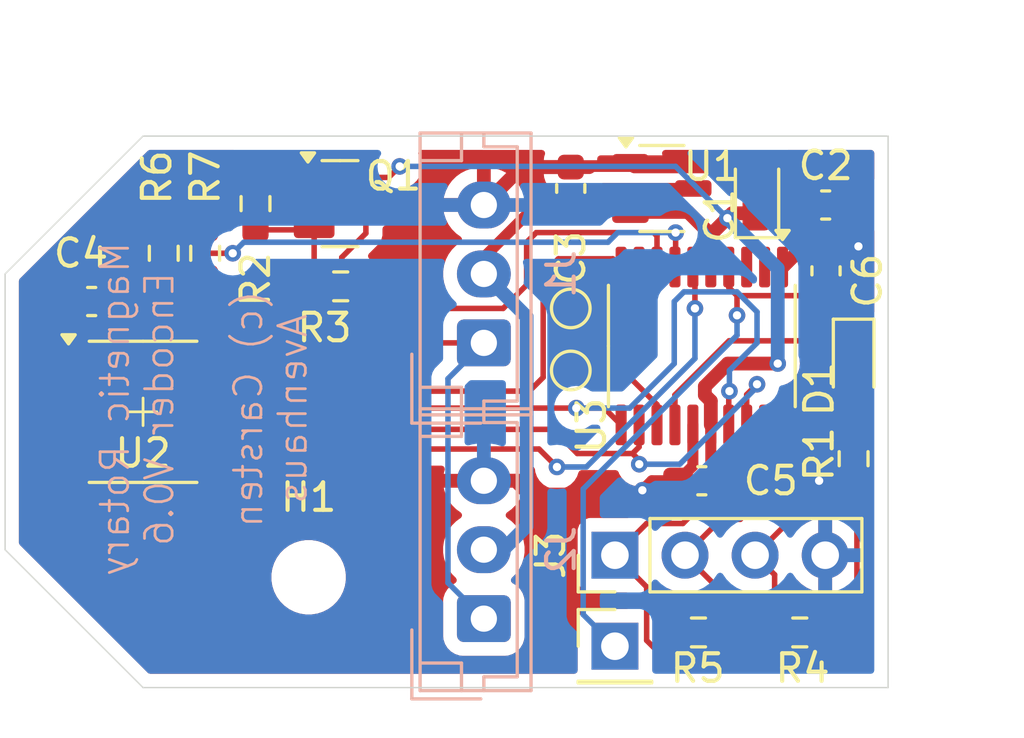
<source format=kicad_pcb>
(kicad_pcb (version 20240108) (generator "pcbnew") (generator_version "8.0")
  (layers (0 "F.Cu" signal) (31 "B.Cu" signal) (34 "B.Paste" user) (35 "F.Paste" user) (36 "B.SilkS" user "B.Silkscreen") (37 "F.SilkS" user "F.Silkscreen") (38 "B.Mask" user) (39 "F.Mask" user) (44 "Edge.Cuts" user))
  (net 0 "")
  (net 1 "GND")
  (net 2 "+3.3V")
  (net 3 "VCC")
  (net 4 "Net-(D1-A)")
  (net 5 "Net-(D1-K)")
  (net 6 "/Data")
  (net 7 "/SWCLK")
  (net 8 "/SWDIO")
  (net 9 "Net-(Q1-S)")
  (net 10 "/Com")
  (net 11 "/SS")
  (net 12 "/MOSI")
  (net 15 "Net-(U3-NRST)")
  (net 16 "/Out")
  (net 17 "/Push")
  (net 18 "/MISO{slash}SDA")
  (net 19 "/SCK{slash}SCL")
  (net 20 "Net-(U3-PA3{slash}RX0)")
  (footprint "Resistor_SMD:R_0603_1608Metric_Pad0.98x0.95mm_HandSolder" (layer "F.Cu") (at 128.8 118)
    (property "Reference" "R4" (at 0.1 1.3 0) (layer "F.SilkS"))
    (property "Value" "10K")
    (fp_line (start -0.254724 -0.5225) (end 0.254724 -0.5225) (stroke (width 0.12)) (layer "F.SilkS"))
    (fp_line (start -0.254724 0.5225) (end 0.254724 0.5225) (stroke (width 0.12)) (layer "F.SilkS"))
    (pad "1" smd roundrect (at -0.9125 0) (size 0.975 0.95) (layers "F.Cu" "F.Paste" "F.Mask") (net 7 "/SWCLK"))
    (pad "2" smd roundrect (at 0.9125 0) (size 0.975 0.95) (layers "F.Cu" "F.Paste" "F.Mask") (net 1 "GND"))
  )
  (footprint "Connector_PinHeader_2.54mm:PinHeader_1x01_P2.54mm_Vertical" (layer "F.Cu") (at 122.1 118.5)
    (property "Reference" "TP1" (hide yes))
    (property "Value" "RST")
    (fp_line (start -1.33 -1.33) (end 0 -1.33) (stroke (width 0.12)) (layer "F.SilkS"))
    (fp_line (start -1.33 0) (end -1.33 -1.33) (stroke (width 0.12)) (layer "F.SilkS"))
    (fp_line (start -1.33 1.27) (end -1.33 1.33) (stroke (width 0.12)) (layer "F.SilkS"))
    (fp_line (start -1.33 1.27) (end 1.33 1.27) (stroke (width 0.12)) (layer "F.SilkS"))
    (fp_line (start -1.33 1.33) (end 1.33 1.33) (stroke (width 0.12)) (layer "F.SilkS"))
    (fp_line (start 1.33 1.27) (end 1.33 1.33) (stroke (width 0.12)) (layer "F.SilkS"))
    (pad "1" thru_hole rect (at 0 0) (size 1.7 1.7) (drill 1) (layers "*.Cu" "*.Mask") (net 15 "Net-(U3-NRST)"))
  )
  (footprint "Resistor_SMD:R_0603_1608Metric_Pad0.98x0.95mm_HandSolder" (layer "F.Cu") (at 125.1275 118 180)
    (property "Reference" "R5" (at 0.0275 -1.3 0) (layer "F.SilkS"))
    (property "Value" "10K")
    (fp_line (start -0.254724 0.5225) (end 0.254724 0.5225) (stroke (width 0.12)) (layer "F.SilkS"))
    (fp_line (start -0.254724 -0.5225) (end 0.254724 -0.5225) (stroke (width 0.12)) (layer "F.SilkS"))
    (pad "1" smd roundrect (at -0.9125 0 180) (size 0.975 0.95) (layers "F.Cu" "F.Paste" "F.Mask") (net 8 "/SWDIO"))
    (pad "2" smd roundrect (at 0.9125 0 180) (size 0.975 0.95) (layers "F.Cu" "F.Paste" "F.Mask") (net 1 "GND"))
  )
  (footprint "Capacitor_Tantalum_SMD:CP_EIA-1608-10_AVX-L_Pad1.25x1.05mm_HandSolder" (layer "F.Cu") (at 127.25 102 90)
    (property "Reference" "C1" (at -0.9 -1.35 90) (layer "F.SilkS"))
    (property "Value" "47uF")
    (fp_line (start 0.8 -0.785) (end -1.685 -0.785) (stroke (width 0.12)) (layer "F.SilkS"))
    (fp_line (start -1.685 -0.785) (end -1.685 0.785) (stroke (width 0.12)) (layer "F.SilkS"))
    (fp_line (start -1.685 0.785) (end 0.8 0.785) (stroke (width 0.12)) (layer "F.SilkS"))
    (pad "1" smd roundrect (at -0.8 0 90) (size 1.25 1.05) (layers "F.Cu" "F.Paste" "F.Mask") (roundrect_rratio 0.238095) (net 2 "+3.3V"))
    (pad "2" smd roundrect (at 0.8 0 90) (size 1.25 1.05) (layers "F.Cu" "F.Paste" "F.Mask") (roundrect_rratio 0.238095) (net 1 "GND"))
  )
  (footprint "Capacitor_SMD:C_0603_1608Metric_Pad1.08x0.95mm_HandSolder" (layer "F.Cu") (at 129.7375 102.5)
    (property "Reference" "C2" (at 0 -1.43 0) (layer "F.SilkS"))
    (property "Value" "100nF")
    (fp_line (start -0.146267 -0.51) (end 0.146267 -0.51) (stroke (width 0.12)) (layer "F.SilkS"))
    (fp_line (start -0.146267 0.51) (end 0.146267 0.51) (stroke (width 0.12)) (layer "F.SilkS"))
    (pad "1" smd roundrect (at -0.8625 0) (size 1.075 0.95) (layers "F.Cu" "F.Paste" "F.Mask") (net 2 "+3.3V"))
    (pad "2" smd roundrect (at 0.8625 0) (size 1.075 0.95) (layers "F.Cu" "F.Paste" "F.Mask") (net 1 "GND"))
  )
  (footprint "Resistor_SMD:R_0603_1608Metric_Pad0.98x0.95mm_HandSolder" (layer "F.Cu") (at 130.75 111.7 90)
    (property "Reference" "R1" (at 0.1625 -1.25 90) (layer "F.SilkS"))
    (property "Value" "1K")
    (fp_line (start -0.254724 -0.5225) (end 0.254724 -0.5225) (stroke (width 0.12)) (layer "F.SilkS"))
    (fp_line (start -0.254724 0.5225) (end 0.254724 0.5225) (stroke (width 0.12)) (layer "F.SilkS"))
    (pad "1" smd roundrect (at -0.9125 0 90) (size 0.975 0.95) (layers "F.Cu" "F.Paste" "F.Mask") (net 2 "+3.3V"))
    (pad "2" smd roundrect (at 0.9125 0 90) (size 0.975 0.95) (layers "F.Cu" "F.Paste" "F.Mask") (net 4 "Net-(D1-A)"))
  )
  (footprint "Capacitor_SMD:C_0603_1608Metric_Pad1.08x0.95mm_HandSolder" (layer "F.Cu") (at 125.25 112.5 180)
    (property "Reference" "C5" (at -2.5 0 0) (layer "F.SilkS"))
    (property "Value" "100nF")
    (fp_line (start -0.146267 0.51) (end 0.146267 0.51) (stroke (width 0.12)) (layer "F.SilkS"))
    (fp_line (start -0.146267 -0.51) (end 0.146267 -0.51) (stroke (width 0.12)) (layer "F.SilkS"))
    (pad "1" smd roundrect (at -0.8625 0 180) (size 1.075 0.95) (layers "F.Cu" "F.Paste" "F.Mask") (net 2 "+3.3V"))
    (pad "2" smd roundrect (at 0.8625 0 180) (size 1.075 0.95) (layers "F.Cu" "F.Paste" "F.Mask") (net 1 "GND"))
  )
  (footprint "TestPoint:TestPoint_Pad_D1.0mm" (layer "F.Cu") (at 120.5 106.25)
    (property "Reference" "TP2" (hide yes))
    (property "Value" "RXD" (hide yes))
    (fp_circle (center 0 0) (end 0 0.7) (stroke (width 0.12)) (fill none) (layer "F.SilkS"))
    (pad "1" smd circle (at 0 0) (size 1 1) (layers "F.Cu" "F.Mask") (net 20 "Net-(U3-PA3{slash}RX0)"))
  )
  (footprint "Resistor_SMD:R_0603_1608Metric_Pad0.98x0.95mm_HandSolder" (layer "F.Cu") (at 109.075 102.45 -90)
    (property "Reference" "R2" (at 2.75 0 90) (layer "F.SilkS"))
    (property "Value" "1K")
    (fp_line (start -0.254724 0.5225) (end 0.254724 0.5225) (stroke (width 0.12)) (layer "F.SilkS"))
    (fp_line (start -0.254724 -0.5225) (end 0.254724 -0.5225) (stroke (width 0.12)) (layer "F.SilkS"))
    (pad "1" smd roundrect (at -0.9125 0 270) (size 0.975 0.95) (layers "F.Cu" "F.Paste" "F.Mask") (net 2 "+3.3V"))
    (pad "2" smd roundrect (at 0.9125 0 270) (size 0.975 0.95) (layers "F.Cu" "F.Paste" "F.Mask") (net 9 "Net-(Q1-S)"))
  )
  (footprint "Capacitor_SMD:C_0603_1608Metric" (layer "F.Cu") (at 120.5 101.9 90)
    (property "Reference" "C3" (at -2.525 0 90) (layer "F.SilkS"))
    (property "Value" "100nF")
    (fp_line (start -0.14058 -0.51) (end 0.14058 -0.51) (stroke (width 0.12)) (layer "F.SilkS"))
    (fp_line (start -0.14058 0.51) (end 0.14058 0.51) (stroke (width 0.12)) (layer "F.SilkS"))
    (pad "1" smd roundrect (at -0.775 0 90) (size 0.9 0.95) (layers "F.Cu" "F.Paste" "F.Mask") (net 3 "VCC"))
    (pad "2" smd roundrect (at 0.775 0 90) (size 0.9 0.95) (layers "F.Cu" "F.Paste" "F.Mask") (net 1 "GND"))
  )
  (footprint "Capacitor_SMD:C_0603_1608Metric_Pad1.08x0.95mm_HandSolder" (layer "F.Cu") (at 129.75 104.8875 90)
    (property "Reference" "C6" (at -0.3625 1.5 90) (layer "F.SilkS"))
    (property "Value" "100nF")
    (fp_line (start -0.146267 -0.51) (end 0.146267 -0.51) (stroke (width 0.12)) (layer "F.SilkS"))
    (fp_line (start -0.146267 0.51) (end 0.146267 0.51) (stroke (width 0.12)) (layer "F.SilkS"))
    (pad "1" smd roundrect (at -0.8625 0 90) (size 1.075 0.95) (layers "F.Cu" "F.Paste" "F.Mask") (net 15 "Net-(U3-NRST)"))
    (pad "2" smd roundrect (at 0.8625 0 90) (size 1.075 0.95) (layers "F.Cu" "F.Paste" "F.Mask") (net 1 "GND"))
  )
  (footprint "Package_SO:TSSOP-20_4.4x6.5mm_P0.65mm" (layer "F.Cu") (at 125.25 107.6125 -90)
    (property "Reference" "U3" (at 2.8875 4 90) (layer "F.SilkS"))
    (property "Value" "GD32F130F4P6TR" (hide yes))
    (fp_line (start 0 3.385) (end -2.2 3.385) (stroke (width 0.12)) (layer "F.SilkS"))
    (fp_line (start 0 3.385) (end 2.2 3.385) (stroke (width 0.12)) (layer "F.SilkS"))
    (fp_line (start 0 -3.385) (end -2.2 -3.385) (stroke (width 0.12)) (layer "F.SilkS"))
    (fp_line (start 0 -3.385) (end 2.2 -3.385) (stroke (width 0.12)) (layer "F.SilkS"))
    (fp_poly (pts (xy -3.86 -2.925) (xy -4.19 -3.165) (xy -4.19 -2.685) (xy -3.86 -2.925)) (stroke (width 0.12)) (fill solid) (layer "F.SilkS"))
    (pad "1" smd roundrect (at -2.8625 -2.925 270) (size 1.475 0.4) (layers "F.Cu" "F.Paste" "F.Mask") (net 1 "GND"))
    (pad "2" smd roundrect (at -2.8625 -2.275 270) (size 1.475 0.4) (layers "F.Cu" "F.Paste" "F.Mask"))
    (pad "3" smd roundrect (at -2.8625 -1.625 270) (size 1.475 0.4) (layers "F.Cu" "F.Paste" "F.Mask"))
    (pad "4" smd roundrect (at -2.8625 -0.975 270) (size 1.475 0.4) (layers "F.Cu" "F.Paste" "F.Mask") (net 15 "Net-(U3-NRST)"))
    (pad "5" smd roundrect (at -2.8625 -0.325 270) (size 1.475 0.4) (layers "F.Cu" "F.Paste" "F.Mask") (net 2 "+3.3V"))
    (pad "6" smd roundrect (at -2.8625 0.325 270) (size 1.475 0.4) (layers "F.Cu" "F.Paste" "F.Mask") (net 16 "/Out"))
    (pad "7" smd roundrect (at -2.8625 0.975 270) (size 1.475 0.4) (layers "F.Cu" "F.Paste" "F.Mask") (net 17 "/Push"))
    (pad "8" smd roundrect (at -2.8625 1.625 270) (size 1.475 0.4) (layers "F.Cu" "F.Paste" "F.Mask") (net 10 "/Com"))
    (pad "9" smd roundrect (at -2.8625 2.275 270) (size 1.475 0.4) (layers "F.Cu" "F.Paste" "F.Mask") (net 20 "Net-(U3-PA3{slash}RX0)"))
    (pad "10" smd roundrect (at -2.8625 2.925 270) (size 1.475 0.4) (layers "F.Cu" "F.Paste" "F.Mask") (net 11 "/SS"))
    (pad "11" smd roundrect (at 2.8625 2.925 270) (size 1.475 0.4) (layers "F.Cu" "F.Paste" "F.Mask") (net 19 "/SCK{slash}SCL"))
    (pad "12" smd roundrect (at 2.8625 2.275 270) (size 1.475 0.4) (layers "F.Cu" "F.Paste" "F.Mask") (net 18 "/MISO{slash}SDA"))
    (pad "13" smd roundrect (at 2.8625 1.625 270) (size 1.475 0.4) (layers "F.Cu" "F.Paste" "F.Mask") (net 12 "/MOSI"))
    (pad "14" smd roundrect (at 2.8625 0.975 270) (size 1.475 0.4) (layers "F.Cu" "F.Paste" "F.Mask") (net 5 "Net-(D1-K)"))
    (pad "15" smd roundrect (at 2.8625 0.325 270) (size 1.475 0.4) (layers "F.Cu" "F.Paste" "F.Mask") (net 1 "GND"))
    (pad "16" smd roundrect (at 2.8625 -0.325 270) (size 1.475 0.4) (layers "F.Cu" "F.Paste" "F.Mask") (net 2 "+3.3V"))
    (pad "17" smd roundrect (at 2.8625 -0.975 270) (size 1.475 0.4) (layers "F.Cu" "F.Paste" "F.Mask") (net 19 "/SCK{slash}SCL"))
    (pad "18" smd roundrect (at 2.8625 -1.625 270) (size 1.475 0.4) (layers "F.Cu" "F.Paste" "F.Mask") (net 18 "/MISO{slash}SDA"))
    (pad "19" smd roundrect (at 2.8625 -2.275 270) (size 1.475 0.4) (layers "F.Cu" "F.Paste" "F.Mask") (net 8 "/SWDIO"))
    (pad "20" smd roundrect (at 2.8625 -2.925 270) (size 1.475 0.4) (layers "F.Cu" "F.Paste" "F.Mask") (net 7 "/SWCLK"))
  )
  (footprint "Package_SO:SO-8_3.9x4.9mm_P1.27mm" (layer "F.Cu") (at 105 110)
    (property "Reference" "U2" (at 0 1.5 0) (layer "F.SilkS"))
    (property "Value" "MT6701CT" (hide yes))
    (fp_line (start -0.5 0) (end 0.5 0) (stroke (width 0.1)) (layer "F.SilkS"))
    (fp_line (start 0 -2.56) (end -1.95 -2.56) (stroke (width 0.12)) (layer "F.SilkS"))
    (fp_line (start 0 -2.56) (end 1.95 -2.56) (stroke (width 0.12)) (layer "F.SilkS"))
    (fp_line (start 0 -0.5) (end 0 0.5) (stroke (width 0.1)) (layer "F.SilkS"))
    (fp_line (start 0 2.56) (end -1.95 2.56) (stroke (width 0.12)) (layer "F.SilkS"))
    (fp_line (start 0 2.56) (end 1.95 2.56) (stroke (width 0.12)) (layer "F.SilkS"))
    (fp_poly (pts (xy -2.7 -2.465) (xy -2.94 -2.795) (xy -2.46 -2.795) (xy -2.7 -2.465)) (stroke (width 0.12)) (fill solid) (layer "F.SilkS"))
    (pad "1" smd roundrect (at -2.575 -1.905) (size 1.75 0.6) (layers "F.Cu" "F.Paste" "F.Mask") (net 2 "+3.3V"))
    (pad "2" smd roundrect (at -2.575 -0.635) (size 1.75 0.6) (layers "F.Cu" "F.Paste" "F.Mask") (net 2 "+3.3V"))
    (pad "3" smd roundrect (at -2.575 0.635) (size 1.75 0.6) (layers "F.Cu" "F.Paste" "F.Mask") (net 17 "/Push"))
    (pad "4" smd roundrect (at -2.575 1.905) (size 1.75 0.6) (layers "F.Cu" "F.Paste" "F.Mask") (net 1 "GND"))
    (pad "5" smd roundrect (at 2.575 1.905) (size 1.75 0.6) (layers "F.Cu" "F.Paste" "F.Mask") (net 16 "/Out"))
    (pad "6" smd roundrect (at 2.575 0.635) (size 1.75 0.6) (layers "F.Cu" "F.Paste" "F.Mask") (net 18 "/MISO{slash}SDA"))
    (pad "7" smd roundrect (at 2.575 -0.635) (size 1.75 0.6) (layers "F.Cu" "F.Paste" "F.Mask") (net 19 "/SCK{slash}SCL"))
    (pad "8" smd roundrect (at 2.575 -1.905) (size 1.75 0.6) (layers "F.Cu" "F.Paste" "F.Mask") (net 11 "/SS"))
  )
  (footprint "MountingHole:MountingHole_2.2mm_M2_DIN965" (layer "F.Cu") (at 111 116)
    (property "Reference" "H1" (at 0 -2.9 0) (layer "F.SilkS"))
    (property "Value" "MountingHole")
    (pad "" np_thru_hole circle (at 0 0) (size 2.2 2.2) (drill 2.2) (layers "*.Cu" "*.Mask"))
  )
  (footprint "Resistor_SMD:R_0603_1608Metric_Pad0.98x0.95mm_HandSolder" (layer "F.Cu") (at 112.1625 105.45)
    (property "Reference" "R3" (at -0.5875 1.5 0) (layer "F.SilkS"))
    (property "Value" "100")
    (fp_line (start -0.254724 -0.5225) (end 0.254724 -0.5225) (stroke (width 0.12)) (layer "F.SilkS"))
    (fp_line (start -0.254724 0.5225) (end 0.254724 0.5225) (stroke (width 0.12)) (layer "F.SilkS"))
    (pad "1" smd roundrect (at -0.9125 0) (size 0.975 0.95) (layers "F.Cu" "F.Paste" "F.Mask") (net 9 "Net-(Q1-S)"))
    (pad "2" smd roundrect (at 0.9125 0) (size 0.975 0.95) (layers "F.Cu" "F.Paste" "F.Mask") (net 10 "/Com"))
  )
  (footprint "TestPoint:TestPoint_Pad_D1.0mm" (layer "F.Cu") (at 120.5 108.5)
    (property "Reference" "TP3" (hide yes))
    (property "Value" "MOSI" (hide yes))
    (fp_circle (center 0 0) (end 0 0.7) (stroke (width 0.12)) (fill none) (layer "F.SilkS"))
    (pad "1" smd circle (at 0 0) (size 1 1) (layers "F.Cu" "F.Mask") (net 12 "/MOSI"))
  )
  (footprint "Connector_PinHeader_2.54mm:PinHeader_1x04_P2.54mm_Vertical" (layer "F.Cu") (at 122.1 115.2 90)
    (property "Reference" "J3" (at 0 -2.33 90) (layer "F.SilkS"))
    (property "Value" "Conn_01x04_Pin" (hide yes))
    (fp_line (start -1.33 -1.33) (end 0 -1.33) (stroke (width 0.12)) (layer "F.SilkS"))
    (fp_line (start -1.33 0) (end -1.33 -1.33) (stroke (width 0.12)) (layer "F.SilkS"))
    (fp_line (start 1.33 1.27) (end 1.33 8.95) (stroke (width 0.12)) (layer "F.SilkS"))
    (fp_line (start -1.33 1.27) (end 1.33 1.27) (stroke (width 0.12)) (layer "F.SilkS"))
    (fp_line (start -1.33 1.27) (end -1.33 8.95) (stroke (width 0.12)) (layer "F.SilkS"))
    (fp_line (start -1.33 8.95) (end 1.33 8.95) (stroke (width 0.12)) (layer "F.SilkS"))
    (pad "1" thru_hole rect (at 0 0 90) (size 1.7 1.7) (drill 1) (layers "*.Cu" "*.Mask") (net 2 "+3.3V"))
    (pad "2" thru_hole oval (at 0 2.54 90) (size 1.7 1.7) (drill 1) (layers "*.Cu" "*.Mask") (net 8 "/SWDIO"))
    (pad "3" thru_hole oval (at 0 5.08 90) (size 1.7 1.7) (drill 1) (layers "*.Cu" "*.Mask") (net 7 "/SWCLK"))
    (pad "4" thru_hole oval (at 0 7.62 90) (size 1.7 1.7) (drill 1) (layers "*.Cu" "*.Mask") (net 1 "GND"))
  )
  (footprint "Resistor_SMD:R_0603_1608Metric_Pad0.98x0.95mm_HandSolder" (layer "F.Cu") (at 107.25 104.25 -90)
    (property "Reference" "R7" (at -2.75 0 90) (layer "F.SilkS"))
    (property "Value" "10K")
    (fp_line (start -0.254724 0.5225) (end 0.254724 0.5225) (stroke (width 0.12)) (layer "F.SilkS"))
    (fp_line (start -0.254724 -0.5225) (end 0.254724 -0.5225) (stroke (width 0.12)) (layer "F.SilkS"))
    (pad "1" smd roundrect (at -0.9125 0 270) (size 0.975 0.95) (layers "F.Cu" "F.Paste" "F.Mask") (net 2 "+3.3V"))
    (pad "2" smd roundrect (at 0.9125 0 270) (size 0.975 0.95) (layers "F.Cu" "F.Paste" "F.Mask") (net 19 "/SCK{slash}SCL"))
  )
  (footprint "LED_SMD:LED_0603_1608Metric_Pad1.05x0.95mm_HandSolder" (layer "F.Cu") (at 130.75 108.3 -90)
    (property "Reference" "D1" (at 0.875 1.25 90) (layer "F.SilkS"))
    (property "Value" "LED")
    (fp_line (start -1.66 0.735) (end 0.8 0.735) (stroke (width 0.12)) (layer "F.SilkS"))
    (fp_line (start -1.66 -0.735) (end -1.66 0.735) (stroke (width 0.12)) (layer "F.SilkS"))
    (fp_line (start 0.8 -0.735) (end -1.66 -0.735) (stroke (width 0.12)) (layer "F.SilkS"))
    (pad "1" smd roundrect (at -0.875 0 270) (size 1.05 0.95) (layers "F.Cu" "F.Paste" "F.Mask") (net 5 "Net-(D1-K)"))
    (pad "2" smd roundrect (at 0.875 0 270) (size 1.05 0.95) (layers "F.Cu" "F.Paste" "F.Mask") (net 4 "Net-(D1-A)"))
  )
  (footprint "Package_TO_SOT_SMD:SOT-23-3" (layer "F.Cu") (at 123.8 101.9)
    (property "Reference" "U1" (at 1.8 -0.8 0) (layer "F.SilkS"))
    (property "Value" "XC6206PxxxMR" (hide yes))
    (fp_line (start 0 -1.56) (end -0.8 -1.56) (stroke (width 0.12)) (layer "F.SilkS"))
    (fp_line (start 0 -1.56) (end 0.8 -1.56) (stroke (width 0.12)) (layer "F.SilkS"))
    (fp_line (start 0 1.56) (end -0.8 1.56) (stroke (width 0.12)) (layer "F.SilkS"))
    (fp_line (start 0 1.56) (end 0.8 1.56) (stroke (width 0.12)) (layer "F.SilkS"))
    (fp_poly (pts (xy -1.3 -1.51) (xy -1.54 -1.84) (xy -1.06 -1.84) (xy -1.3 -1.51)) (stroke (width 0.12)) (fill solid) (layer "F.SilkS"))
    (pad "1" smd roundrect (at -1.1375 -0.95) (size 1.325 0.6) (layers "F.Cu" "F.Paste" "F.Mask") (net 1 "GND"))
    (pad "2" smd roundrect (at -1.1375 0.95) (size 1.325 0.6) (layers "F.Cu" "F.Paste" "F.Mask") (net 2 "+3.3V"))
    (pad "3" smd roundrect (at 1.1375 0) (size 1.325 0.6) (layers "F.Cu" "F.Paste" "F.Mask") (net 3 "VCC"))
  )
  (footprint "Package_TO_SOT_SMD:SOT-23" (layer "F.Cu") (at 112.1375 102.45)
    (property "Reference" "Q1" (at 1.9375 -1 0) (layer "F.SilkS"))
    (property "Value" "2N7002K" (hide yes))
    (fp_line (start 0 -1.56) (end -0.65 -1.56) (stroke (width 0.12)) (layer "F.SilkS"))
    (fp_line (start 0 -1.56) (end 0.65 -1.56) (stroke (width 0.12)) (layer "F.SilkS"))
    (fp_line (start 0 1.56) (end -0.65 1.56) (stroke (width 0.12)) (layer "F.SilkS"))
    (fp_line (start 0 1.56) (end 0.65 1.56) (stroke (width 0.12)) (layer "F.SilkS"))
    (fp_poly (pts (xy -1.1625 -1.51) (xy -1.4025 -1.84) (xy -0.9225 -1.84) (xy -1.1625 -1.51)) (stroke (width 0.12)) (fill solid) (layer "F.SilkS"))
    (pad "1" smd roundrect (at -0.9375 -0.95) (size 1.475 0.6) (layers "F.Cu" "F.Paste" "F.Mask") (net 2 "+3.3V"))
    (pad "2" smd roundrect (at -0.9375 0.95) (size 1.475 0.6) (layers "F.Cu" "F.Paste" "F.Mask") (net 9 "Net-(Q1-S)"))
    (pad "3" smd roundrect (at 0.9375 0) (size 1.475 0.6) (layers "F.Cu" "F.Paste" "F.Mask") (net 6 "/Data"))
  )
  (footprint "Resistor_SMD:R_0603_1608Metric_Pad0.98x0.95mm_HandSolder" (layer "F.Cu") (at 105.75 104.25 -90)
    (property "Reference" "R6" (at -2.75 0.25 90) (layer "F.SilkS"))
    (property "Value" "10K")
    (fp_line (start -0.254724 0.5225) (end 0.254724 0.5225) (stroke (width 0.12)) (layer "F.SilkS"))
    (fp_line (start -0.254724 -0.5225) (end 0.254724 -0.5225) (stroke (width 0.12)) (layer "F.SilkS"))
    (pad "1" smd roundrect (at -0.9125 0 270) (size 0.975 0.95) (layers "F.Cu" "F.Paste" "F.Mask") (net 2 "+3.3V"))
    (pad "2" smd roundrect (at 0.9125 0 270) (size 0.975 0.95) (layers "F.Cu" "F.Paste" "F.Mask") (net 18 "/MISO{slash}SDA"))
  )
  (footprint "Capacitor_SMD:C_0603_1608Metric_Pad1.08x0.95mm_HandSolder" (layer "F.Cu") (at 103.1375 106)
    (property "Reference" "C4" (at -0.3875 -1.75 0) (layer "F.SilkS"))
    (property "Value" "100nF")
    (fp_line (start -0.146267 -0.51) (end 0.146267 -0.51) (stroke (width 0.12)) (layer "F.SilkS"))
    (fp_line (start -0.146267 0.51) (end 0.146267 0.51) (stroke (width 0.12)) (layer "F.SilkS"))
    (pad "1" smd roundrect (at -0.8625 0) (size 1.075 0.95) (layers "F.Cu" "F.Paste" "F.Mask") (net 2 "+3.3V"))
    (pad "2" smd roundrect (at 0.8625 0) (size 1.075 0.95) (layers "F.Cu" "F.Paste" "F.Mask") (net 1 "GND"))
  )
  (footprint "My_Library:JST_1x03_P2.50mm_Vertical" (layer "B.Cu") (at 117.35 107.5 90)
    (property "Reference" "J1" (at 2.5 2.8 90) (layer "B.SilkS") (effects (justify mirror)))
    (property "Value" "Conn_01x03_Pin" (hide yes))
    (fp_line (start -0.41 -2.61) (end -2.91 -2.61) (stroke (width 0.12)) (layer "B.SilkS"))
    (fp_line (start -2.91 -2.61) (end -2.91 -0.11) (stroke (width 0.12)) (layer "B.SilkS"))
    (fp_line (start 7.61 -2.31) (end -2.61 -2.31) (stroke (width 0.12)) (layer "B.SilkS"))
    (fp_line (start 6.61 -2.31) (end 6.61 -0.81) (stroke (width 0.12)) (layer "B.SilkS"))
    (fp_line (start -1.61 -2.31) (end -1.61 -0.81) (stroke (width 0.12)) (layer "B.SilkS"))
    (fp_line (start -2.61 -2.31) (end -2.61 1.71) (stroke (width 0.12)) (layer "B.SilkS"))
    (fp_line (start 6.61 -0.81) (end 7.61 -0.81) (stroke (width 0.12)) (layer "B.SilkS"))
    (fp_line (start -1.61 -0.81) (end -2.61 -0.81) (stroke (width 0.12)) (layer "B.SilkS"))
    (fp_line (start 7.61 0) (end 7.11 0) (stroke (width 0.12)) (layer "B.SilkS"))
    (fp_line (start 7.11 0) (end 7.11 1.21) (stroke (width 0.12)) (layer "B.SilkS"))
    (fp_line (start -2.11 0) (end -2.61 0) (stroke (width 0.12)) (layer "B.SilkS"))
    (fp_line (start 7.11 1.21) (end -2.11 1.21) (stroke (width 0.12)) (layer "B.SilkS"))
    (fp_line (start -2.11 1.21) (end -2.11 0) (stroke (width 0.12)) (layer "B.SilkS"))
    (fp_line (start 7.61 1.71) (end 7.61 -2.31) (stroke (width 0.12)) (layer "B.SilkS"))
    (fp_line (start -2.61 1.71) (end 7.61 1.71) (stroke (width 0.12)) (layer "B.SilkS"))
    (pad "1" thru_hole roundrect (at 0 0 90) (size 1.7 1.95) (drill 0.95) (layers "*.Cu" "*.Mask") (roundrect_rratio 0.147059) (net 6 "/Data"))
    (pad "2" thru_hole oval (at 2.5 0 90) (size 1.7 1.95) (drill 0.95) (layers "*.Cu" "*.Mask") (net 3 "VCC"))
    (pad "3" thru_hole oval (at 5 0 90) (size 1.7 1.95) (drill 0.95) (layers "*.Cu" "*.Mask") (net 1 "GND"))
  )
  (footprint "My_Library:JST_1x03_P2.50mm_Vertical" (layer "B.Cu") (at 117.35 117.5 90)
    (property "Reference" "J2" (at 2.5 2.8 90) (layer "B.SilkS") (effects (justify mirror)))
    (property "Value" "Conn_01x03_Pin" (hide yes))
    (fp_line (start -0.41 -2.61) (end -2.91 -2.61) (stroke (width 0.12)) (layer "B.SilkS"))
    (fp_line (start -2.91 -2.61) (end -2.91 -0.11) (stroke (width 0.12)) (layer "B.SilkS"))
    (fp_line (start 7.61 -2.31) (end -2.61 -2.31) (stroke (width 0.12)) (layer "B.SilkS"))
    (fp_line (start 6.61 -2.31) (end 6.61 -0.81) (stroke (width 0.12)) (layer "B.SilkS"))
    (fp_line (start -1.61 -2.31) (end -1.61 -0.81) (stroke (width 0.12)) (layer "B.SilkS"))
    (fp_line (start -2.61 -2.31) (end -2.61 1.71) (stroke (width 0.12)) (layer "B.SilkS"))
    (fp_line (start 6.61 -0.81) (end 7.61 -0.81) (stroke (width 0.12)) (layer "B.SilkS"))
    (fp_line (start -1.61 -0.81) (end -2.61 -0.81) (stroke (width 0.12)) (layer "B.SilkS"))
    (fp_line (start 7.61 0) (end 7.11 0) (stroke (width 0.12)) (layer "B.SilkS"))
    (fp_line (start 7.11 0) (end 7.11 1.21) (stroke (width 0.12)) (layer "B.SilkS"))
    (fp_line (start -2.11 0) (end -2.61 0) (stroke (width 0.12)) (layer "B.SilkS"))
    (fp_line (start 7.11 1.21) (end -2.11 1.21) (stroke (width 0.12)) (layer "B.SilkS"))
    (fp_line (start -2.11 1.21) (end -2.11 0) (stroke (width 0.12)) (layer "B.SilkS"))
    (fp_line (start 7.61 1.71) (end 7.61 -2.31) (stroke (width 0.12)) (layer "B.SilkS"))
    (fp_line (start -2.61 1.71) (end 7.61 1.71) (stroke (width 0.12)) (layer "B.SilkS"))
    (pad "1" thru_hole roundrect (at 0 0 90) (size 1.7 1.95) (drill 0.95) (layers "*.Cu" "*.Mask") (roundrect_rratio 0.147059) (net 6 "/Data"))
    (pad "2" thru_hole oval (at 2.5 0 90) (size 1.7 1.95) (drill 0.95) (layers "*.Cu" "*.Mask") (net 3 "VCC"))
    (pad "3" thru_hole oval (at 5 0 90) (size 1.7 1.95) (drill 0.95) (layers "*.Cu" "*.Mask") (net 1 "GND"))
  )
  (gr_line (start 105 100) (end 132 100) (stroke (width 0.05)) (layer "Edge.Cuts"))
  (gr_line (start 100 105) (end 105 100) (stroke (width 0.05)) (layer "Edge.Cuts"))
  (gr_line (start 100 115) (end 105 120) (stroke (width 0.05)) (layer "Edge.Cuts"))
  (gr_line (start 132 100) (end 132 120) (stroke (width 0.05)) (layer "Edge.Cuts"))
  (gr_line (start 100 105) (end 100 115) (stroke (width 0.05)) (layer "Edge.Cuts"))
  (gr_line (start 132 120) (end 105 120) (stroke (width 0.05)) (layer "Edge.Cuts"))
  (gr_text_box "Magnetic Rotary\nEncoder V0.6\n\n(c) Carsten Avenhaus" (start 102.65 102.7996) (end 112.95 117.0004) (angle 90) (layer "B.SilkS") (effects (font (size 1 1) (thickness 0.1)) (justify top mirror)) (border no))
  (segment (start 129.72 117.9925) (end 129.72 115.2) (width 0.2) (layer "F.Cu") (net 1))
  (segment (start 105.25 107.25) (end 104 106) (width 0.2) (layer "F.Cu") (net 1))
  (segment (start 124.925 111.9625) (end 124.3875 112.5) (width 0.4) (layer "F.Cu") (net 1))
  (segment (start 127.15 101.1) (end 122.8125 101.1) (width 0.5) (layer "F.Cu") (net 1))
  (segment (start 122.8125 101.1) (end 120.525 101.1) (width 0.4) (layer "F.Cu") (net 1))
  (segment (start 118.5 112.5) (end 117.35 112.5) (width 0.5) (layer "F.Cu") (net 1))
  (segment (start 130.925 104) (end 130.925 102.825) (width 0.5) (layer "F.Cu") (net 1))
  (segment (start 129.72 115.2) (end 129.72 112.72) (width 0.2) (layer "F.Cu") (net 1))
  (segment (start 128.9 104.025) (end 128.175 104.75) (width 0.5) (layer "F.Cu") (net 1))
  (segment (start 122.8125 101.1) (end 122.6625 100.95) (width 0.4) (layer "F.Cu") (net 1))
  (segment (start 129.7125 118) (end 128.9375 118.775) (width 0.2) (layer "F.Cu") (net 1))
  (segment (start 129.3 101.2) (end 127.25 101.2) (width 0.5) (layer "F.Cu") (net 1))
  (segment (start 120.5 101.125) (end 118.725 101.125) (width 0.5) (layer "F.Cu") (net 1))
  (segment (start 124.925 110.475) (end 124.925 111.9625) (width 0.4) (layer "F.Cu") (net 1))
  (segment (start 130.925 104) (end 129.775 104) (width 0.5) (layer "F.Cu") (net 1))
  (segment (start 129.75 104.025) (end 128.9 104.025) (width 0.5) (layer "F.Cu") (net 1))
  (segment (start 124.99 118.775) (end 124.215 118) (width 0.2) (layer "F.Cu") (net 1))
  (segment (start 105.25 109.75) (end 105.25 107.25) (width 0.2) (layer "F.Cu") (net 1))
  (segment (start 130.925 102.825) (end 130.6 102.5) (width 0.4) (layer "F.Cu") (net 1))
  (segment (start 123.094285 112.844285) (end 122.93857 113) (width 0.5) (layer "F.Cu") (net 1))
  (segment (start 103.12 112.6) (end 116.65 112.6) (width 0.2) (layer "F.Cu") (net 1))
  (segment (start 103.095 111.905) (end 105.25 109.75) (width 0.2) (layer "F.Cu") (net 1))
  (segment (start 119 113) (end 118.5 112.5) (width 0.5) (layer "F.Cu") (net 1))
  (segment (start 102.425 111.905) (end 103.12 112.6) (width 0.2) (layer "F.Cu") (net 1))
  (segment (start 118.725 101.125) (end 117.35 102.5) (width 0.5) (layer "F.Cu") (net 1))
  (segment (start 122.93857 113) (end 119 113) (width 0.5) (layer "F.Cu") (net 1))
  (segment (start 128.9375 118.775) (end 124.99 118.775) (width 0.2) (layer "F.Cu") (net 1))
  (segment (start 129.72 112.72) (end 129.5 112.5) (width 0.2) (layer "F.Cu") (net 1))
  (segment (start 123.094285 112.844285) (end 123.43857 112.5) (width 0.4) (layer "F.Cu") (net 1))
  (segment (start 130.6 102.5) (end 129.3 101.2) (width 0.5) (layer "F.Cu") (net 1))
  (segment (start 123.43857 112.5) (end 124.3875 112.5) (width 0.4) (layer "F.Cu") (net 1))
  (via (at 129.5 112.5) (size 0.6) (drill 0.3) (layers "F.Cu" "B.Cu") (net 1))
  (via (at 130.925 104) (size 0.6) (drill 0.3) (layers "F.Cu" "B.Cu") (net 1))
  (via (at 123.094285 112.844285) (size 0.6) (drill 0.3) (layers "F.Cu" "B.Cu") (net 1))
  (segment (start 129.5 105.425) (end 130.925 104) (width 0.5) (layer "B.Cu") (net 1))
  (segment (start 123.094285 112.844285) (end 129.155715 112.844285) (width 0.5) (layer "B.Cu") (net 1))
  (segment (start 123.094285 112.844285) (end 123.25 112.68857) (width 0.2) (layer "B.Cu") (net 1))
  (segment (start 129.5 112.5) (end 129.5 105.425) (width 0.5) (layer "B.Cu") (net 1))
  (segment (start 129.155715 112.844285) (end 129.5 112.5) (width 0.5) (layer "B.Cu") (net 1))
  (segment (start 124.75 102.75) (end 122.7625 102.75) (width 0.5) (layer "F.Cu") (net 2))
  (segment (start 122.7625 102.75) (end 122.6625 102.85) (width 0.5) (layer "F.Cu") (net 2))
  (segment (start 129.791722 119.175) (end 124.135778 119.175) (width 0.2) (layer "F.Cu") (net 2))
  (segment (start 126.189339 108.25) (end 125.359044 109.080295) (width 0.5) (layer "F.Cu") (net 2))
  (segment (start 123.25 118.289222) (end 123.25 116.35) (width 0.2) (layer "F.Cu") (net 2))
  (segment (start 107.25 103.3375) (end 107.25 102.85) (width 0.2) (layer "F.Cu") (net 2))
  (segment (start 130.87 118.096722) (end 129.791722 119.175) (width 0.2) (layer "F.Cu") (net 2))
  (segment (start 125.575 103.575) (end 125.575 104.75) (width 0.4) (layer "F.Cu") (net 2))
  (segment (start 125.575 103.575) (end 126.175 102.975) (width 0.5) (layer "F.Cu") (net 2))
  (segment (start 107.25 102.85) (end 108.5625 101.5375) (width 0.2) (layer "F.Cu") (net 2))
  (segment (start 103.595 108.095) (end 103.75 108.25) (width 0.2) (layer "F.Cu") (net 2))
  (segment (start 102.275 106.85) (end 102.425 107) (width 0.2) (layer "F.Cu") (net 2))
  (segment (start 125.359044 109.080295) (end 125.359044 109.390956) (width 0.5) (layer "F.Cu") (net 2))
  (segment (start 102.425 107) (end 102.425 108.095) (width 0.2) (layer "F.Cu") (net 2))
  (segment (start 127.25 102.8) (end 126.35 102.8) (width 0.5) (layer "F.Cu") (net 2))
  (segment (start 130.87 112.7325) (end 130.87 118.096722) (width 0.2) (layer "F.Cu") (net 2))
  (segment (start 103.385 109.365) (end 102.425 109.365) (width 0.2) (layer "F.Cu") (net 2))
  (segment (start 102.275 106) (end 102.275 106.85) (width 0.2) (layer "F.Cu") (net 2))
  (segment (start 104.4625 103.3375) (end 105.75 103.3375) (width 0.2) (layer "F.Cu") (net 2))
  (segment (start 122.1 115.2) (end 123.25 114.05) (width 0.2) (layer "F.Cu") (net 2))
  (segment (start 102.275 106) (end 102.275 105.525) (width 0.2) (layer "F.Cu") (net 2))
  (segment (start 125.575 111.9625) (end 126.1125 112.5) (width 0.4) (layer "F.Cu") (net 2))
  (segment (start 105.75 103.3375) (end 107.25 103.3375) (width 0.2) (layer "F.Cu") (net 2))
  (segment (start 123.25 114.05) (end 124.5625 114.05) (width 0.2) (layer "F.Cu") (net 2))
  (segment (start 124.5625 114.05) (end 126.1125 112.5) (width 0.2) (layer "F.Cu") (net 2))
  (segment (start 103.75 108.25) (end 103.75 109) (width 0.2) (layer "F.Cu") (net 2))
  (segment (start 124.135778 119.175) (end 123.25 118.289222) (width 0.2) (layer "F.Cu") (net 2))
  (segment (start 126.35 102.8) (end 126.175 102.975) (width 0.5) (layer "F.Cu") (net 2))
  (segment (start 125.575 109.606912) (end 125.575 110.475) (width 0.5) (layer "F.Cu") (net 2))
  (segment (start 128.575 102.8) (end 128.875 102.5) (width 0.5) (layer "F.Cu") (net 2))
  (segment (start 103.75 109) (end 103.385 109.365) (width 0.2) (layer "F.Cu") (net 2))
  (segment (start 102.425 108.095) (end 103.595 108.095) (width 0.2) (layer "F.Cu") (net 2))
  (segment (start 123.25 116.35) (end 122.1 115.2) (width 0.2) (layer "F.Cu") (net 2))
  (segment (start 125.575 110.475) (end 125.575 111.9625) (width 0.4) (layer "F.Cu") (net 2))
  (segment (start 113.9 101.5) (end 111.2 101.5) (width 0.2) (layer "F.Cu") (net 2))
  (segment (start 102.275 105.525) (end 104.4625 103.3375) (width 0.2) (layer "F.Cu") (net 2))
  (segment (start 125.359044 109.390956) (end 125.575 109.606912) (width 0.5) (layer "F.Cu") (net 2))
  (segment (start 114.3 101.1) (end 113.9 101.5) (width 0.2) (layer "F.Cu") (net 2))
  (segment (start 108.5625 101.5375) (end 109.075 101.5375) (width 0.2) (layer "F.Cu") (net 2))
  (segment (start 127.25 102.8) (end 128.575 102.8) (width 0.5) (layer "F.Cu") (net 2))
  (segment (start 111.2 101.5) (end 109.1125 101.5) (width 0.2) (layer "F.Cu") (net 2))
  (segment (start 128 108.25) (end 126.189339 108.25) (width 0.5) (layer "F.Cu") (net 2))
  (segment (start 125.575 103.575) (end 124.75 102.75) (width 0.5) (layer "F.Cu") (net 2))
  (via (at 128 108.25) (size 0.6) (drill 0.3) (layers "F.Cu" "B.Cu") (net 2))
  (via (at 126.175 102.975) (size 0.6) (drill 0.3) (layers "F.Cu" "B.Cu") (net 2))
  (via (at 114.3 101.1) (size 0.6) (drill 0.3) (layers "F.Cu" "B.Cu") (net 2))
  (segment (start 126.175 102.975) (end 128 104.8) (width 0.5) (layer "B.Cu") (net 2))
  (segment (start 124.3 101.1) (end 114.3 101.1) (width 0.2) (layer "B.Cu") (net 2))
  (segment (start 126.175 102.975) (end 124.3 101.1) (width 0.2) (layer "B.Cu") (net 2))
  (segment (start 128 104.8) (end 128 108.25) (width 0.5) (layer "B.Cu") (net 2))
  (segment (start 120.5 102.675) (end 119.075 102.675) (width 0.4) (layer "F.Cu") (net 3))
  (segment (start 120.5 102.675) (end 120.9375 102.675) (width 0.4) (layer "F.Cu") (net 3))
  (segment (start 120.9375 102.675) (end 121.7125 101.9) (width 0.4) (layer "F.Cu") (net 3))
  (segment (start 121.7125 101.9) (end 124.9375 101.9) (width 0.4) (layer "F.Cu") (net 3))
  (segment (start 119.075 102.675) (end 117.35 104.4) (width 0.4) (layer "F.Cu") (net 3))
  (segment (start 118.9 106.55) (end 117.35 105) (width 0.5) (layer "B.Cu") (net 3))
  (segment (start 118.9 114.15) (end 118.9 106.55) (width 0.5) (layer "B.Cu") (net 3))
  (segment (start 118.05 115) (end 118.9 114.15) (width 0.5) (layer "B.Cu") (net 3))
  (segment (start 130.75 110.7875) (end 130.75 109.175) (width 0.2) (layer "F.Cu") (net 4))
  (segment (start 130.75 107.425) (end 126.236521 107.425) (width 0.2) (layer "F.Cu") (net 5))
  (segment (start 124.275 109.386521) (end 124.275 110.475) (width 0.2) (layer "F.Cu") (net 5))
  (segment (start 126.236521 107.425) (end 124.275 109.386521) (width 0.2) (layer "F.Cu") (net 5))
  (segment (start 113.075 102.45) (end 113.075 103.525) (width 0.2) (layer "F.Cu") (net 6))
  (segment (start 112.2 105.829222) (end 113.870778 107.5) (width 0.2) (layer "F.Cu") (net 6))
  (segment (start 112.2 104.4) (end 112.2 105.829222) (width 0.2) (layer "F.Cu") (net 6))
  (segment (start 113.870778 107.5) (end 117.35 107.5) (width 0.2) (layer "F.Cu") (net 6))
  (segment (start 113.075 103.525) (end 112.2 104.4) (width 0.2) (layer "F.Cu") (net 6))
  (segment (start 116.05 116.2) (end 116.05 108.8) (width 0.2) (layer "B.Cu") (net 6))
  (segment (start 116.05 108.8) (end 117.35 107.5) (width 0.2) (layer "B.Cu") (net 6))
  (segment (start 117.35 117.5) (end 116.05 116.2) (width 0.2) (layer "B.Cu") (net 6))
  (segment (start 127.8875 115.9075) (end 127.18 115.2) (width 0.2) (layer "F.Cu") (net 7))
  (segment (start 127.8875 118) (end 127.8875 115.9075) (width 0.2) (layer "F.Cu") (net 7))
  (segment (start 128.175 110.475) (end 128.175 114.205) (width 0.2) (layer "F.Cu") (net 7))
  (segment (start 128.175 114.205) (end 127.18 115.2) (width 0.2) (layer "F.Cu") (net 7))
  (segment (start 127.525 113.015) (end 127.525 110.475) (width 0.2) (layer "F.Cu") (net 8))
  (segment (start 124.64 115.2) (end 125.94 113.9) (width 0.2) (layer "F.Cu") (net 8))
  (segment (start 126.04 116.6) (end 124.64 115.2) (width 0.2) (layer "F.Cu") (net 8))
  (segment (start 126.64 113.9) (end 127.525 113.015) (width 0.2) (layer "F.Cu") (net 8))
  (segment (start 126.04 118) (end 126.04 116.6) (width 0.2) (layer "F.Cu") (net 8))
  (segment (start 125.94 113.9) (end 126.64 113.9) (width 0.2) (layer "F.Cu") (net 8))
  (segment (start 111.2 103.4) (end 109.1125 103.4) (width 0.2) (layer "F.Cu") (net 9))
  (segment (start 111.2 103.4) (end 111.2 105.4) (width 0.2) (layer "F.Cu") (net 9))
  (segment (start 123.5 103.5) (end 123.625 103.625) (width 0.2) (layer "F.Cu") (net 10))
  (segment (start 119.25 103.5) (end 118.9 103.85) (width 0.2) (layer "F.Cu") (net 10))
  (segment (start 118.9 103.85) (end 118.9 105.4) (width 0.2) (layer "F.Cu") (net 10))
  (segment (start 115.2 106.25) (end 114.4 105.45) (width 0.2) (layer "F.Cu") (net 10))
  (segment (start 114.4 105.45) (end 113.075 105.45) (width 0.2) (layer "F.Cu") (net 10))
  (segment (start 119.25 103.5) (end 123.5 103.5) (width 0.2) (layer "F.Cu") (net 10))
  (segment (start 123.625 103.625) (end 123.625 104.75) (width 0.2) (layer "F.Cu") (net 10))
  (segment (start 118.9 105.4) (end 118.05 106.25) (width 0.2) (layer "F.Cu") (net 10))
  (segment (start 118.05 106.25) (end 115.2 106.25) (width 0.2) (layer "F.Cu") (net 10))
  (segment (start 122.325 104.75) (end 122.025 104.45) (width 0.2) (layer "F.Cu") (net 11))
  (segment (start 109.604999 109.25) (end 108.449999 108.095) (width 0.2) (layer "F.Cu") (net 11))
  (segment (start 122.025 104.45) (end 120.05 104.45) (width 0.2) (layer "F.Cu") (net 11))
  (segment (start 108.449999 108.095) (end 107.575 108.095) (width 0.2) (layer "F.Cu") (net 11))
  (segment (start 119 109.25) (end 109.604999 109.25) (width 0.2) (layer "F.Cu") (net 11))
  (segment (start 119.5 108.75) (end 119 109.25) (width 0.2) (layer "F.Cu") (net 11))
  (segment (start 119.5 105) (end 119.5 108.75) (width 0.2) (layer "F.Cu") (net 11))
  (segment (start 120.05 104.45) (end 119.5 105) (width 0.2) (layer "F.Cu") (net 11))
  (segment (start 123.625 110.475) (end 123.625 109.737501) (width 0.2) (layer "F.Cu") (net 12))
  (segment (start 122.387499 108.5) (end 120.5 108.5) (width 0.2) (layer "F.Cu") (net 12))
  (segment (start 123.625 109.737501) (end 122.387499 108.5) (width 0.2) (layer "F.Cu") (net 12))
  (segment (start 126.525001 106.5) (end 126.525001 105.7875) (width 0.2) (layer "F.Cu") (net 15))
  (segment (start 129.7125 105.7875) (end 126.525001 105.7875) (width 0.2) (layer "F.Cu") (net 15))
  (segment (start 126.225 105.487499) (end 126.225 104.75) (width 0.2) (layer "F.Cu") (net 15))
  (segment (start 126.525001 105.7875) (end 126.225 105.487499) (width 0.2) (layer "F.Cu") (net 15))
  (via (at 126.525001 106.5) (size 0.6) (drill 0.3) (layers "F.Cu" "B.Cu") (net 15))
  (segment (start 126.525001 106.5) (end 126.525001 107.224999) (width 0.2) (layer "B.Cu") (net 15))
  (segment (start 120.95 112.8) (end 120.95 117.35) (width 0.2) (layer "B.Cu") (net 15))
  (segment (start 126.525001 107.224999) (end 120.95 112.8) (width 0.2) (layer "B.Cu") (net 15))
  (segment (start 120.95 117.35) (end 122.1 118.5) (width 0.2) (layer "B.Cu") (net 15))
  (segment (start 125 106.25) (end 125 104.825) (width 0.2) (layer "F.Cu") (net 16))
  (segment (start 107.575 111.905) (end 108.13 111.35) (width 0.2) (layer "F.Cu") (net 16))
  (segment (start 119.35 111.35) (end 120 112) (width 0.2) (layer "F.Cu") (net 16))
  (segment (start 108.13 111.35) (end 119.35 111.35) (width 0.2) (layer "F.Cu") (net 16))
  (via (at 125 106.25) (size 0.6) (drill 0.3) (layers "F.Cu" "B.Cu") (net 16))
  (via (at 120 112) (size 0.6) (drill 0.3) (layers "F.Cu" "B.Cu") (net 16))
  (segment (start 121.065686 112) (end 125 108.065686) (width 0.2) (layer "B.Cu") (net 16))
  (segment (start 125 108.065686) (end 125 106.25) (width 0.2) (layer "B.Cu") (net 16))
  (segment (start 120 112) (end 121.065686 112) (width 0.2) (layer "B.Cu") (net 16))
  (segment (start 104.85 109.25) (end 104.85 107.75) (width 0.2) (layer "F.Cu") (net 17))
  (segment (start 104.85 107.75) (end 104.1 107) (width 0.2) (layer "F.Cu") (net 17))
  (segment (start 103.1125 105.3875) (end 104.25 104.25) (width 0.2) (layer "F.Cu") (net 17))
  (segment (start 124.3 103.5) (end 124.3 104.725) (width 0.2) (layer "F.Cu") (net 17))
  (segment (start 103.465 110.635) (end 104.85 109.25) (width 0.2) (layer "F.Cu") (net 17))
  (segment (start 103.695778 107) (end 103.1125 106.416722) (width 0.2) (layer "F.Cu") (net 17))
  (segment (start 104.25 104.25) (end 108.25 104.25) (width 0.2) (layer "F.Cu") (net 17))
  (segment (start 102.425 110.635) (end 103.465 110.635) (width 0.2) (layer "F.Cu") (net 17))
  (segment (start 104.1 107) (end 103.695778 107) (width 0.2) (layer "F.Cu") (net 17))
  (segment (start 103.1125 106.416722) (end 103.1125 105.3875) (width 0.2) (layer "F.Cu") (net 17))
  (via (at 108.25 104.25) (size 0.6) (drill 0.3) (layers "F.Cu" "B.Cu") (net 17))
  (via (at 124.3 103.5) (size 0.6) (drill 0.3) (layers "F.Cu" "B.Cu") (net 17))
  (segment (start 108.65 103.85) (end 108.25 104.25) (width 0.2) (layer "B.Cu") (net 17))
  (segment (start 122.2 103.5) (end 121.85 103.85) (width 0.2) (layer "B.Cu") (net 17))
  (segment (start 122.2 103.5) (end 124.3 103.5) (width 0.2) (layer "B.Cu") (net 17))
  (segment (start 121.85 103.85) (end 108.65 103.85) (width 0.2) (layer "B.Cu") (net 17))
  (segment (start 122.975 111.275) (end 122.975 110.475) (width 0.2) (layer "F.Cu") (net 18))
  (segment (start 122.7375 111.5125) (end 122.975 111.275) (width 0.2) (layer "F.Cu") (net 18))
  (segment (start 126.875 110.475) (end 126.875 109.375) (width 0.2) (layer "F.Cu") (net 18))
  (segment (start 105.75 109.75) (end 105.75 105.1625) (width 0.2) (layer "F.Cu") (net 18))
  (segment (start 106.635 110.635) (end 105.75 109.75) (width 0.2) (layer "F.Cu") (net 18))
  (segment (start 126.875 109.375) (end 127.25 109) (width 0.2) (layer "F.Cu") (net 18))
  (segment (start 120.736544 111.5125) (end 119.859044 110.635) (width 0.2) (layer "F.Cu") (net 18))
  (segment (start 122.981671 111.9) (end 122.981671 111.756671) (width 0.2) (layer "F.Cu") (net 18))
  (segment (start 122.7375 111.5125) (end 120.736544 111.5125) (width 0.2) (layer "F.Cu") (net 18))
  (segment (start 107.575 110.635) (end 106.635 110.635) (width 0.2) (layer "F.Cu") (net 18))
  (segment (start 119.859044 110.635) (end 107.575 110.635) (width 0.2) (layer "F.Cu") (net 18))
  (segment (start 122.981671 111.756671) (end 122.7375 111.5125) (width 0.2) (layer "F.Cu") (net 18))
  (via (at 122.981671 111.9) (size 0.6) (drill 0.3) (layers "F.Cu" "B.Cu") (net 18))
  (via (at 127.25 109) (size 0.6) (drill 0.3) (layers "F.Cu" "B.Cu") (net 18))
  (segment (start 124.448529 111.9) (end 122.981671 111.9) (width 0.2) (layer "B.Cu") (net 18))
  (segment (start 127.25 109.098529) (end 124.448529 111.9) (width 0.2) (layer "B.Cu") (net 18))
  (segment (start 127.25 109) (end 127.25 109.098529) (width 0.2) (layer "B.Cu") (net 18))
  (segment (start 106.25 109) (end 106.25 107.5) (width 0.2) (layer "F.Cu") (net 19))
  (segment (start 126.225 110.475) (end 126.225 109.275) (width 0.2) (layer "F.Cu") (net 19))
  (segment (start 106.615 109.365) (end 106.25 109) (width 0.2) (layer "F.Cu") (net 19))
  (segment (start 126.225 109.275) (end 126.25 109.25) (width 0.2) (layer "F.Cu") (net 19))
  (segment (start 108.075 109.865) (end 107.575 109.365) (width 0.2) (layer "F.Cu") (net 19))
  (segment (start 107.25 106.5) (end 107.25 105.1625) (width 0.2) (layer "F.Cu") (net 19))
  (segment (start 107.575 109.365) (end 106.615 109.365) (width 0.2) (layer "F.Cu") (net 19))
  (segment (start 120.7 109.865) (end 121.715 109.865) (width 0.2) (layer "F.Cu") (net 19))
  (segment (start 106.25 107.5) (end 107.25 106.5) (width 0.2) (layer "F.Cu") (net 19))
  (segment (start 120.7 109.865) (end 108.075 109.865) (width 0.2) (layer "F.Cu") (net 19))
  (segment (start 121.715 109.865) (end 122.325 110.475) (width 0.2) (layer "F.Cu") (net 19))
  (via (at 126.25 109.25) (size 0.6) (drill 0.3) (layers "F.Cu" "B.Cu") (net 19))
  (via (at 120.7 109.865) (size 0.6) (drill 0.3) (layers "F.Cu" "B.Cu") (net 19))
  (segment (start 124.6 105.65) (end 124.25 106) (width 0.2) (layer "B.Cu") (net 19))
  (segment (start 122.635 109.865) (end 120.7 109.865) (width 0.2) (layer "B.Cu") (net 19))
  (segment (start 127.25 106.37647) (end 126.52353 105.65) (width 0.2) (layer "B.Cu") (net 19))
  (segment (start 126.52353 105.65) (end 124.6 105.65) (width 0.2) (layer "B.Cu") (net 19))
  (segment (start 124.25 106) (end 124.25 108.25) (width 0.2) (layer "B.Cu") (net 19))
  (segment (start 127.25 107.5) (end 127.25 106.37647) (width 0.2) (layer "B.Cu") (net 19))
  (segment (start 124.25 108.25) (end 122.635 109.865) (width 0.2) (layer "B.Cu") (net 19))
  (segment (start 126.25 109.25) (end 126.25 108.5) (width 0.2) (layer "B.Cu") (net 19))
  (segment (start 126.25 108.5) (end 127.25 107.5) (width 0.2) (layer "B.Cu") (net 19))
  (segment (start 122.975 104.75) (end 122.975 105.487499) (width 0.2) (layer "F.Cu") (net 20))
  (segment (start 122.462499 106) (end 120.75 106) (width 0.2) (layer "F.Cu") (net 20))
  (segment (start 122.975 105.487499) (end 122.462499 106) (width 0.2) (layer "F.Cu") (net 20))
  (zone (net 1) (net_name "GND") (layers "F&B.Cu") (connect_pads (clearance 0.5)) (min_thickness 0.25) (fill yes (thermal_gap 0.5) (thermal_bridge_width 0.5))
    (polygon (pts (xy 100 100) (xy 132 100) (xy 132 120) (xy 100 120)))
  )
)
</source>
